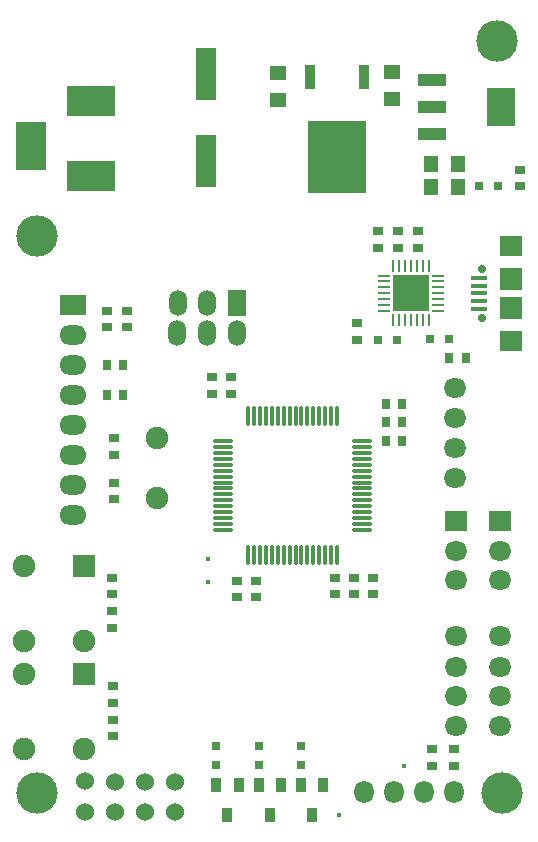
<source format=gts>
%FSTAX23Y23*%
%MOIN*%
%SFA1B1*%

%IPPOS*%
%ADD16R,0.031500X0.037400*%
%ADD17R,0.123200X0.123200*%
%ADD18O,0.009800X0.041300*%
%ADD19O,0.041300X0.009800*%
%ADD20O,0.011800X0.066900*%
%ADD21O,0.066900X0.011800*%
%ADD22R,0.053100X0.015700*%
%ADD23R,0.074800X0.070900*%
%ADD24R,0.074800X0.074800*%
%ADD25R,0.050000X0.055000*%
%ADD26R,0.031500X0.031500*%
%ADD27R,0.037400X0.031500*%
%ADD28R,0.031500X0.031500*%
%ADD29R,0.033500X0.047200*%
%ADD30R,0.037400X0.082700*%
%ADD31R,0.192900X0.244100*%
%ADD32R,0.094500X0.039400*%
%ADD33R,0.094500X0.129900*%
%ADD34R,0.070900X0.173200*%
%ADD35R,0.055000X0.050000*%
%ADD36C,0.060000*%
%ADD37O,0.065000X0.075000*%
%ADD38C,0.075000*%
%ADD39O,0.075000X0.065000*%
%ADD40C,0.027600*%
%ADD41R,0.160000X0.100000*%
%ADD42R,0.100000X0.160000*%
%ADD43R,0.075000X0.065000*%
%ADD44R,0.060000X0.086000*%
%ADD45O,0.060000X0.086000*%
%ADD46R,0.075000X0.075000*%
%ADD47O,0.090000X0.065000*%
%ADD48R,0.090000X0.065000*%
%ADD49C,0.138000*%
%ADD50C,0.015700*%
%LNpcb_bug-1*%
%LPD*%
G54D16*
X03579Y03719D03*
X03634D03*
Y03656D03*
X03579D03*
X02648Y03812D03*
X02703D03*
X02648Y03912D03*
X02703D03*
X03634Y03782D03*
X03579D03*
X03845Y03933D03*
X0379D03*
G54D17*
X03663Y04149D03*
G54D18*
X03722Y04059D03*
X03702D03*
X03683D03*
X03663D03*
X03643D03*
X03623D03*
X03604D03*
Y0424D03*
X03623D03*
X03643D03*
X03663D03*
X03683D03*
X03702D03*
X03722D03*
G54D19*
X03572Y0409D03*
Y0411D03*
Y0413D03*
Y04149D03*
Y04169D03*
Y04189D03*
Y04208D03*
X03753D03*
Y04189D03*
Y04169D03*
Y04149D03*
Y0413D03*
Y0411D03*
Y0409D03*
G54D20*
X0312Y03739D03*
X0314D03*
X03159D03*
X03179D03*
X03199D03*
X03218D03*
X03238D03*
X03258D03*
X03278D03*
X03297D03*
X03317D03*
X03337D03*
X03356D03*
X03376D03*
X03396D03*
X03415D03*
Y03278D03*
X03396D03*
X03376D03*
X03356D03*
X03337D03*
X03317D03*
X03297D03*
X03278D03*
X03258D03*
X03238D03*
X03218D03*
X03199D03*
X03179D03*
X03159D03*
X0314D03*
X0312D03*
G54D21*
X03498Y03656D03*
Y03636D03*
Y03617D03*
Y03597D03*
Y03577D03*
Y03558D03*
Y03538D03*
Y03518D03*
Y03499D03*
Y03479D03*
Y03459D03*
Y03439D03*
Y0342D03*
Y034D03*
Y0338D03*
Y03361D03*
X03037D03*
Y0338D03*
Y034D03*
Y0342D03*
Y03439D03*
Y03459D03*
Y03479D03*
Y03499D03*
Y03518D03*
Y03538D03*
Y03558D03*
Y03577D03*
Y03597D03*
Y03617D03*
Y03636D03*
Y03656D03*
G54D22*
X03891Y04174D03*
Y04149D03*
Y04123D03*
Y042D03*
Y04097D03*
G54D23*
X03996Y04306D03*
Y03991D03*
G54D24*
X03996Y04196D03*
Y04101D03*
G54D25*
X03728Y04581D03*
X03818D03*
X03728Y04505D03*
X03818D03*
G54D26*
X03889Y04506D03*
X03952D03*
X0379Y03996D03*
X03727D03*
X03554Y03995D03*
X03617D03*
G54D27*
X04025Y04506D03*
Y04561D03*
X03146Y03192D03*
Y03137D03*
X03082Y03192D03*
Y03137D03*
X03063Y03815D03*
Y0387D03*
X02999Y03815D03*
Y0387D03*
X03805Y0263D03*
Y02575D03*
X03734Y0263D03*
Y02575D03*
X0341Y03202D03*
Y03147D03*
X03536D03*
Y03202D03*
X03473Y03147D03*
Y03202D03*
X02672Y03666D03*
Y03611D03*
X02674Y03463D03*
Y03518D03*
X03553Y04301D03*
Y04356D03*
X03621Y04301D03*
Y04356D03*
X03687Y04301D03*
Y04356D03*
X03482Y0405D03*
Y03995D03*
X02669Y02673D03*
Y02728D03*
Y0284D03*
Y02785D03*
X02666Y03034D03*
Y03089D03*
Y03201D03*
Y03146D03*
X02716Y04037D03*
Y04092D03*
X02649Y04037D03*
Y04092D03*
G54D28*
X03296Y02641D03*
Y02578D03*
X03155Y02641D03*
Y02578D03*
X03013Y02641D03*
Y02578D03*
G54D29*
X03334Y02411D03*
X03297Y02509D03*
X03371Y02509D03*
X03192Y02411D03*
X03155Y02509D03*
X0323Y02509D03*
X03051Y02411D03*
X03014Y02509D03*
X03088Y02509D03*
G54D30*
X03506Y0487D03*
X03326D03*
G54D31*
X03416Y04605D03*
G54D32*
X03734Y0486D03*
Y04769D03*
Y04679D03*
G54D33*
X03962Y04769D03*
G54D34*
X02978Y0459D03*
Y04881D03*
G54D35*
X03601Y04888D03*
Y04798D03*
X03219Y04795D03*
Y04885D03*
G54D36*
X02875Y0242D03*
X02775D03*
X02676Y02421D03*
X02575Y0242D03*
X02576Y02523D03*
X02677Y02521D03*
X02776D03*
X02876D03*
G54D37*
X03806Y02487D03*
X03705D03*
X03607D03*
X03506D03*
G54D38*
X02816Y03466D03*
Y03666D03*
X02373Y02632D03*
X02573D03*
X02373Y02882D03*
X02374Y02991D03*
X02574D03*
X02374Y03241D03*
G54D39*
X03811Y03834D03*
Y03733D03*
Y03635D03*
Y03534D03*
X03961Y03006D03*
Y02905D03*
Y02807D03*
Y02706D03*
X03814Y03006D03*
Y02905D03*
Y02807D03*
Y02706D03*
Y03291D03*
Y03193D03*
X03961Y03291D03*
Y03193D03*
G54D40*
X039Y0423D03*
Y04067D03*
G54D41*
X02596Y04541D03*
Y04791D03*
G54D42*
X02396Y04641D03*
G54D43*
X03814Y03392D03*
X03961D03*
G54D44*
X03084Y04118D03*
G54D45*
X02984Y04118D03*
X02885D03*
X03084Y04018D03*
X02884D03*
X02984D03*
G54D46*
X02573Y02882D03*
X02574Y03241D03*
G54D47*
X02537Y03412D03*
Y03612D03*
Y03812D03*
Y03912D03*
Y04012D03*
Y03712D03*
Y03512D03*
G54D48*
X02537Y04112D03*
G54D49*
X02417Y04342D03*
X0395Y04992D03*
X03967Y02484D03*
X02417D03*
G54D50*
X03423Y02411D03*
X03639Y02575D03*
X02986Y03187D03*
Y03264D03*
M02*
</source>
